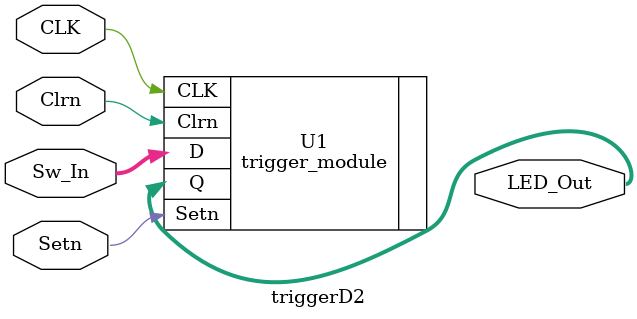
<source format=v>
module triggerD2
(
	CLK, Setn, Clrn, Sw_In, LED_Out
);
	 input wire CLK;
	 input wire Setn;
	 input wire Clrn;
	 input wire [7:0]Sw_In;
	 output wire [7:0]LED_Out;

	trigger_module U1
	(
		.CLK( CLK ) ,	
		.Setn( Setn ) ,	
		.Clrn( Clrn ) ,	
		.D( Sw_In ) ,	
		.Q( LED_Out ) 	
	);
	
endmodule 
</source>
